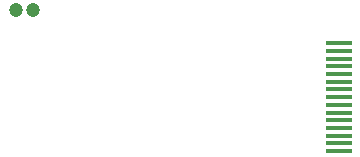
<source format=gbp>
G04 (created by PCBNEW (2013-mar-13)-stable) date Fri 20 Nov 2015 04:23:37 PM CET*
%MOIN*%
G04 Gerber Fmt 3.4, Leading zero omitted, Abs format*
%FSLAX34Y34*%
G01*
G70*
G90*
G04 APERTURE LIST*
%ADD10C,0.005906*%
%ADD11R,0.086614X0.015748*%
%ADD12C,0.047200*%
G04 APERTURE END LIST*
G54D10*
G54D11*
X54129Y-46279D03*
X54129Y-46023D03*
X54129Y-45767D03*
X54129Y-45511D03*
X54129Y-45255D03*
X54129Y-45000D03*
X54129Y-44744D03*
X54129Y-44488D03*
X54129Y-44232D03*
X54129Y-43976D03*
X54129Y-43720D03*
X54129Y-43464D03*
X54129Y-43208D03*
X54129Y-42952D03*
X54129Y-42696D03*
G54D12*
X43350Y-41590D03*
X43940Y-41590D03*
M02*

</source>
